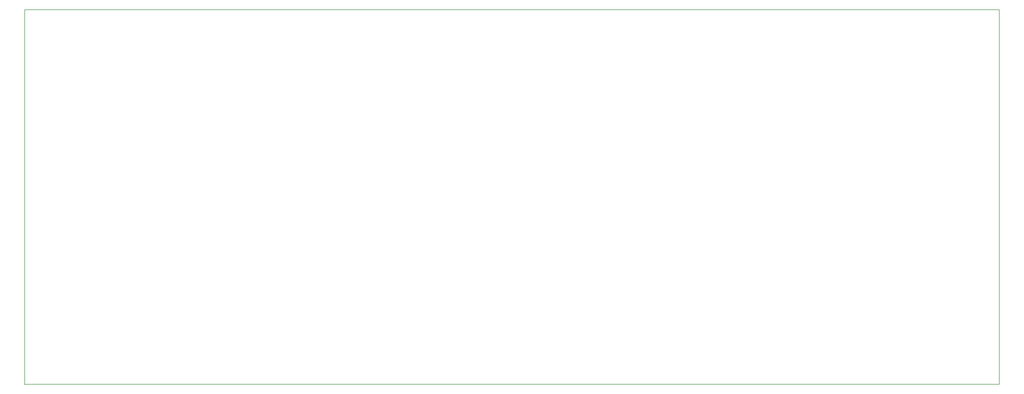
<source format=gbr>
G04 (created by PCBNEW (2013-07-07 BZR 4022)-stable) date 3/16/2014 11:25:00 PM*
%MOIN*%
G04 Gerber Fmt 3.4, Leading zero omitted, Abs format*
%FSLAX34Y34*%
G01*
G70*
G90*
G04 APERTURE LIST*
%ADD10C,0.006*%
%ADD11C,0.00393701*%
G04 APERTURE END LIST*
G54D10*
G54D11*
X26490Y-47685D02*
X26490Y-72690D01*
X91490Y-47685D02*
X26490Y-47685D01*
X91490Y-72685D02*
X91490Y-47685D01*
X26490Y-72685D02*
X91490Y-72685D01*
M02*

</source>
